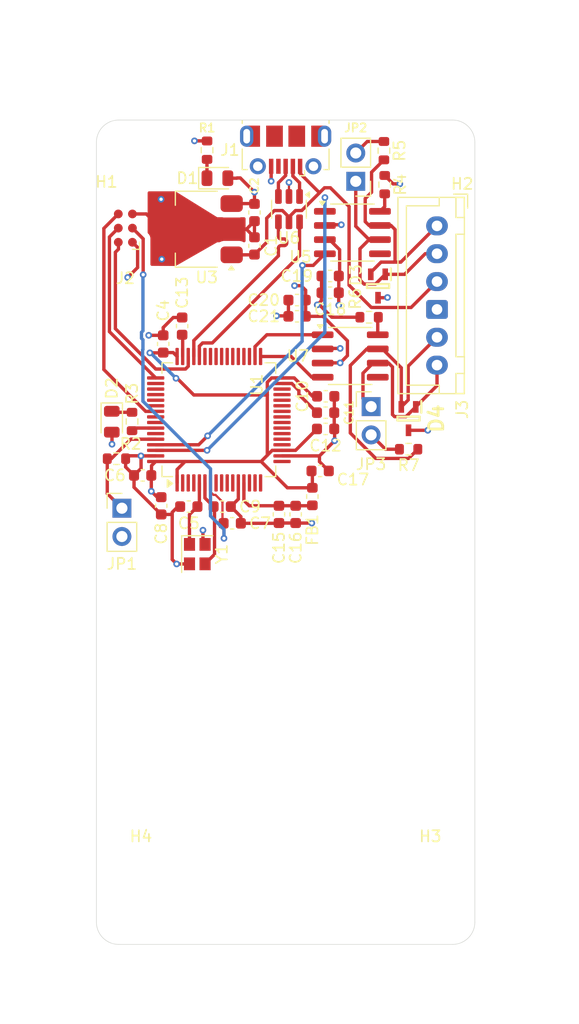
<source format=kicad_pcb>
(kicad_pcb (version 20241229) (generator "pcbnew") (generator_version "9.0")
  (layers (0 "F.Cu" signal) (4 "In1.Cu" signal) (6 "In2.Cu" signal) (2 "B.Cu" signal) (13 "F.Paste" user) (15 "B.Paste" user) (5 "F.SilkS" user "F.Silkscreen") (7 "B.SilkS" user "B.Silkscreen") (1 "F.Mask" user) (3 "B.Mask" user) (25 "Edge.Cuts" user))
  (net 0 "")
  (net 1 "GND")
  (net 2 "VCC")
  (net 3 "+3.3V")
  (net 4 "/HSE_IN")
  (net 5 "/HSE_OUT")
  (net 6 "/VCAP1")
  (net 7 "/VCAP2")
  (net 8 "+3.3VA")
  (net 9 "/SWCLK")
  (net 10 "/NRST")
  (net 11 "/SWO")
  (net 12 "/SWDIO")
  (net 13 "/USB_J_D+")
  (net 14 "/USB_J_D-")
  (net 15 "/BOOT0")
  (net 16 "Net-(JP3-B)")
  (net 17 "/PWR_LED")
  (net 18 "/USER_LED")
  (net 24 "/USB_D+")
  (net 25 "/ESC_CTX")
  (net 44 "/USB_D-")
  (net 50 "/CAR_CRX")
  (net 53 "/CAR_CTX")
  (net 61 "/ESC_CRX")
  (net 66 "Net-(D2-K)")
  (net 76 "Net-(JP2-B)")
  (net 77 "/CAR_CAN_Rs")
  (net 78 "/ESC_CAN_Rs")
  (net 79 "/CAR_CAN+")
  (net 80 "/CAR_CAN-")
  (net 81 "/ESC_CAN-")
  (net 82 "/ESC_CAN+")
  (footprint "Package_TO_SOT_SMD:SOT-223-3_TabPin2" (layer "F.Cu") (at 105 61.8 180)
    (property "Reference" "U3")
    (property "Value" "MIC37100-3.3WS")
  )
  (footprint "Capacitor_SMD:C_0603_1608Metric" (layer "F.Cu") (at 110.2 63.3 90)
    (property "Reference" "C1")
    (property "Value" "10uF")
  )
  (footprint "Package_TO_SOT_SMD:SOT-23-6" (layer "F.Cu") (at 113.3 60 -90)
    (property "Reference" "U6")
    (property "Value" "USBLC6-2SC6")
  )
  (footprint "Capacitor_SMD:C_0603_1608Metric" (layer "F.Cu") (at 116.59 78.27)
    (property "Reference" "C11")
    (property "Value" "2.2uF")
  )
  (footprint "Resistor_SMD:R_0603_1608Metric" (layer "F.Cu") (at 120.5 69.7 180)
    (property "Reference" "R6")
    (property "Value" "10k")
  )
  (footprint "Capacitor_SMD:C_0603_1608Metric" (layer "F.Cu") (at 102 72.1 90)
    (property "Reference" "C4")
    (property "Value" "100nF")
  )
  (footprint "Connector_PinHeader_2.54mm:PinHeader_1x02_P2.54mm_Vertical" (layer "F.Cu") (at 120.68 77.725)
    (property "Reference" "JP3")
    (property "Value" "Bus Termination")
  )
  (footprint "LED_SMD:LED_0805_2012Metric" (layer "F.Cu") (at 106.87 57.22)
    (property "Reference" "D1")
    (property "Value" "RED")
  )
  (footprint "Capacitor_SMD:C_0603_1608Metric" (layer "F.Cu") (at 117 67.5 180)
    (property "Reference" "C18")
    (property "Value" "100nF")
  )
  (footprint "Package_SO:SOIC-8_3.9x4.9mm_P1.27mm" (layer "F.Cu") (at 118.8 73.18)
    (property "Reference" "U7")
    (property "Value" "SN65HVD230")
  )
  (footprint "Resistor_SMD:R_0603_1608Metric" (layer "F.Cu") (at 97.8 82.4 180)
    (property "Reference" "R2")
    (property "Value" "10k")
  )
  (footprint "Capacitor_SMD:C_0603_1608Metric" (layer "F.Cu") (at 108.2 88.2)
    (property "Reference" "C7")
    (property "Value" "100nF")
  )
  (footprint "Connector_USB:USB_Micro-B_Molex-105017-0001" (layer "F.Cu") (at 113 54.6875 180)
    (property "Reference" "J1")
    (property "Value" "USB_B_Micro")
  )
  (footprint "Capacitor_SMD:C_0603_1608Metric" (layer "F.Cu") (at 104.3 86.7 180)
    (property "Reference" "C5")
    (property "Value" "10pF")
  )
  (footprint "Capacitor_SMD:C_0603_1608Metric" (layer "F.Cu") (at 107.3 86.7)
    (property "Reference" "C9")
    (property "Value" "10pF")
  )
  (footprint "Capacitor_SMD:C_0603_1608Metric" (layer "F.Cu") (at 116.6 76.8)
    (property "Reference" "C10")
    (property "Value" "100nF")
  )
  (footprint "Resistor_SMD:R_0603_1608Metric" (layer "F.Cu") (at 121.9 57.8 90)
    (property "Reference" "R4")
    (property "Value" "10k")
  )
  (footprint "Resistor_SMD:R_0603_1608Metric" (layer "F.Cu") (at 121.83 54.75 90)
    (property "Reference" "R5")
    (property "Value" "120")
  )
  (footprint "MountingHole:MountingHole_3.2mm_M3" (layer "F.Cu") (at 100 120.5)
    (property "Reference" "H4")
    (property "Value" "M3")
  )
  (footprint "Capacitor_SMD:C_0603_1608Metric" (layer "F.Cu") (at 113.9 87.4 -90)
    (property "Reference" "C16")
    (property "Value" "1uF")
  )
  (footprint "MountingHole:MountingHole_3.2mm_M3" (layer "F.Cu") (at 126 120.5)
    (property "Reference" "H3")
    (property "Value" "M3")
  )
  (footprint "Resistor_SMD:R_0603_1608Metric" (layer "F.Cu") (at 99.2 79.06 -90)
    (property "Reference" "R3")
    (property "Value" "220")
  )
  (footprint "Package_SO:SOIC-8_3.9x4.9mm_P1.27mm" (layer "F.Cu") (at 119 62.1)
    (property "Reference" "U5")
    (property "Value" "SN65HVD230")
  )
  (footprint "Capacitor_SMD:C_0603_1608Metric" (layer "F.Cu") (at 114.025 69.62 180)
    (property "Reference" "C21")
    (property "Value" "100nF")
  )
  (footprint "LED_SMD:LED_0805_2012Metric" (layer "F.Cu") (at 97.38 79.08 -90)
    (property "Reference" "D2")
    (property "Value" "GREEN")
  )
  (footprint "MountingHole:MountingHole_3.2mm_M3" (layer "F.Cu") (at 100 54.5)
    (property "Reference" "H1")
    (property "Value" "M3")
  )
  (footprint "Capacitor_SMD:C_0603_1608Metric" (layer "F.Cu") (at 101.82 86.63 -90)
    (property "Reference" "C8")
    (property "Value" "100nF")
  )
  (footprint "Package_QFP:LQFP-64_10x10mm_P0.5mm" (layer "F.Cu") (at 107 78.9 90)
    (property "Reference" "U1")
    (property "Value" "STM32F405RGT6")
  )
  (footprint "Capacitor_SMD:C_0603_1608Metric" (layer "F.Cu") (at 117 66 180)
    (property "Reference" "C19")
    (property "Value" "100nF")
  )
  (footprint "MountingHole:MountingHole_3.2mm_M3" (layer "F.Cu") (at 126 54.5)
    (property "Reference" "H2")
    (property "Value" "M3")
  )
  (footprint "Resistor_SMD:R_0603_1608Metric" (layer "F.Cu") (at 105.94 54.705 90)
    (property "Reference" "R1")
    (property "Value" "220")
  )
  (footprint "Connector_PinHeader_2.54mm:PinHeader_1x02_P2.54mm_Vertical" (layer "F.Cu") (at 98.29 86.845)
    (property "Reference" "JP1")
    (property "Value" "BOOT")
  )
  (footprint "Capacitor_SMD:C_0603_1608Metric" (layer "F.Cu") (at 100.155 83.9 180)
    (property "Reference" "C6")
    (property "Value" "100nF")
  )
  (footprint "Capacitor_SMD:C_0603_1608Metric" (layer "F.Cu") (at 116.1 83.5)
    (property "Reference" "C17")
    (property "Value" "1uF")
  )
  (footprint "Diodes:SOT65P210X110-3N" (layer "F.Cu") (at 124.04 78.8 -90)
    (property "Reference" "D4")
    (property "Value" "ESDCAN03-2BWY" (hide yes))
  )
  (footprint "Capacitor_SMD:C_0603_1608Metric" (layer "F.Cu") (at 103.7 70.5 90)
    (property "Reference" "C13")
    (property "Value" "2.2uF")
  )
  (footprint "Capacitor_SMD:C_0603_1608Metric" (layer "F.Cu") (at 114.025 68.16 180)
    (property "Reference" "C20")
    (property "Value" "100nF")
  )
  (footprint "Capacitor_SMD:C_0603_1608Metric" (layer "F.Cu") (at 110.2 60.3 -90)
    (property "Reference" "C2")
    (property "Value" "10uF")
  )
  (footprint "Inductor_SMD:L_0603_1608Metric" (layer "F.Cu") (at 115.4 85.8 90)
    (property "Reference" "FB1")
    (property "Value" "120R")
  )
  (footprint "Connector_PinHeader_2.54mm:PinHeader_1x02_P2.54mm_Vertical" (layer "F.Cu") (at 119.3 57.5 180)
    (property "Reference" "JP2")
    (property "Value" "Bus Termination")
  )
  (footprint "Connector_JST:JST_XH_B6B-XH-A_1x06_P2.50mm_Vertical" (layer "F.Cu") (at 126.6 61.5 -90)
    (property "Reference" "J3")
    (property "Value" "JST-XH")
  )
  (footprint "Crystal:Crystal_SMD_2520-4Pin_2.5x2.0mm" (layer "F.Cu") (at 105.06 90.965 -90)
    (property "Reference" "Y1")
    (property "Value" "12MHz")
  )
  (footprint "Resistor_SMD:R_0603_1608Metric" (layer "F.Cu") (at 124.05 81.55 180)
    (property "Reference" "R7")
    (property "Value" "120")
  )
  (footprint "Capacitor_SMD:C_0603_1608Metric" (layer "F.Cu") (at 112.4 87.4 -90)
    (property "Reference" "C15")
    (property "Value" "100nF")
  )
  (footprint "Capacitor_SMD:C_0603_1608Metric" (layer "F.Cu") (at 116.59 79.73)
    (property "Reference" "C12")
    (property "Value" "100nF")
  )
  (footprint "Diodes:SOT65P210X110-3N" (layer "F.Cu") (at 121.3 66.9 -90)
    (property "Reference" "D3")
    (property "Value" "ESDCAN03-2BWY" (hide yes))
  )
  (footprint "Connector:Tag-Connect_TC2030-IDC-NL_2x03_P1.27mm_Vertical" (layer "F.Cu") (at 98.6 61.7 90)
    (property "Reference" "J2")
    (property "Value" "Conn_ARM_SWD_TagConnect_TC2030")
  )
  (gr_line (start 96 124) (end 96 54) (stroke (width 0.05)) (layer "Edge.Cuts"))
  (gr_arc (start 128 52) (mid 129.414214 52.585786) (end 130 54) (stroke (width 0.05)) (layer "Edge.Cuts"))
  (gr_arc (start 130 124) (mid 129.414214 125.414214) (end 128 126) (stroke (width 0.05)) (layer "Edge.Cuts"))
  (gr_arc (start 96 54) (mid 96.585786 52.585786) (end 98 52) (stroke (width 0.05)) (layer "Edge.Cuts"))
  (gr_arc (start 98 126) (mid 96.585786 125.414214) (end 96 124) (stroke (width 0.05)) (layer "Edge.Cuts"))
  (gr_line (start 98 52) (end 128 52) (stroke (width 0.05)) (layer "Edge.Cuts"))
  (gr_line (start 128 126) (end 98 126) (stroke (width 0.05)) (layer "Edge.Cuts"))
  (gr_line (start 130 54) (end 130 124) (stroke (width 0.05)) (layer "Edge.Cuts"))
  (segment (start 100 82.15) (end 101.325 82.15) (width 0.3) (layer "F.Cu") (net 1))
  (segment (start 102.81 87.21) (end 102.81 87.44) (width 0.3) (layer "F.Cu") (net 1))
  (segment (start 116.036198 68.59) (end 117.146198 69.7) (width 0.3) (layer "F.Cu") (net 1))
  (segment (start 102 71.325) (end 102 70.63) (width 0.3) (layer "F.Cu") (net 1))
  (segment (start 109.475 61.8) (end 110.2 62.525) (width 0.3) (layer "F.Cu") (net 1))
  (segment (start 108.75 84.575) (end 108.75 86.025) (width 0.3) (layer "F.Cu") (net 1))
  (segment (start 116.225 67.5) (end 116.225 66) (width 0.3) (layer "F.Cu") (net 1))
  (segment (start 115.35 88.18) (end 113.905 88.18) (width 0.3) (layer "F.Cu") (net 1))
  (segment (start 110.2 61.075) (end 109.475 61.8) (width 0.3) (layer "F.Cu") (net 1))
  (segment (start 118 61.4) (end 116.59 61.4) (width 0.3) (layer "F.Cu") (net 1))
  (segment (start 117.375 76.8) (end 117.375 78.26) (width 0.3) (layer "F.Cu") (net 1))
  (segment (start 100.01 82.16) (end 100 82.15) (width 0.3) (layer "F.Cu") (net 1))
  (segment (start 103.35 86.875) (end 103.525 86.7) (width 0.3) (layer "F.Cu") (net 1))
  (segment (start 108.975 88.2) (end 112.375 88.2) (width 0.3) (layer "F.Cu") (net 1))
  (segment (start 125.77 79.85) (end 124.04 79.85) (width 0.3) (layer "F.Cu") (net 1))
  (segment (start 105.57 88.82) (end 105.57 89.9) (width 0.3) (layer "F.Cu") (net 1))
  (segment (start 99.38 83.9) (end 99.38 84.965) (width 0.3) (layer "F.Cu") (net 1))
  (segment (start 111.7 57.49) (end 111.7 56.15) (width 0.3) (layer "F.Cu") (net 1))
  (segment (start 102.775 87.405) (end 102.81 87.44) (width 0.3) (layer "F.Cu") (net 1))
  (segment (start 116.21 68.22) (end 116.21 67.515) (width 0.3) (layer "F.Cu") (net 1))
  (segment (start 100.48 60.43) (end 99.235 60.43) (width 0.3) (layer "F.Cu") (net 1))
  (segment (start 105.57 89.9) (end 105.76 90.09) (width 0.3) (layer "F.Cu") (net 1))
  (segment (start 98.625 82.4) (end 98.885 82.14) (width 0.3) (layer "F.Cu") (net 1))
  (segment (start 117.9 72.5) (end 116.37 72.5) (width 0.3) (layer "F.Cu") (net 1))
  (segment (start 99.38 84.965) (end 101.82 87.405) (width 0.3) (layer "F.Cu") (net 1))
  (segment (start 112.18 69.58) (end 113.21 69.58) (width 0.3) (layer "F.Cu") (net 1))
  (segment (start 98.625 83.145) (end 99.38 83.9) (width 0.3) (layer "F.Cu") (net 1))
  (segment (start 115.84 68.59) (end 116.036198 68.59) (width 0.3) (layer "F.Cu") (net 1))
  (segment (start 104.81 53.87) (end 105.93 53.87) (width 0.3) (layer "F.Cu") (net 1))
  (segment (start 109.475 61.8) (end 108.15 61.8) (width 0.3) (layer "F.Cu") (net 1))
  (segment (start 99.99 82.14) (end 100 82.15) (width 0.3) (layer "F.Cu") (net 1))
  (segment (start 102 70.63) (end 102.905 69.725) (width 0.3) (layer "F.Cu") (net 1))
  (segment (start 116.37 72.5) (end 116.325 72.545) (width 0.3) (layer "F.Cu") (net 1))
  (segment (start 102.81 87.44) (end 102.81 91.45) (width 0.3) (layer "F.Cu") (net 1))
  (segment (start 117.146198 69.7) (end 119.675 69.7) (width 0.3) (layer "F.Cu") (net 1))
  (segment (start 113.3 58.8625) (end 113.3 57.6) (width 0.2) (layer "F.Cu") (net 1))
  (segment (start 105.93 53.87) (end 105.94 53.88) (width 0.3) (layer "F.Cu") (net 1))
  (segment (start 99.98 82.15) (end 99.97 82.16) (width 0.3) (layer "F.Cu") (net 1))
  (segment (start 101.82 87.405) (end 102.775 87.405) (width 0.3) (layer "F.Cu") (net 1))
  (segment (start 113.905 88.18) (end 113.9 88.175) (width 0.3) (layer "F.Cu") (net 1))
  (segment (start 108.975 88.2) (end 108.975 87.6) (width 0.3) (layer "F.Cu") (net 1))
  (segment (start 101.85 61.8) (end 100.48 60.43) (width 0.3) (layer "F.Cu") (net 1))
  (segment (start 102.81 91.45) (end 103.21 91.85) (width 0.3) (layer "F.Cu") (net 1))
  (segment (start 117.365 79.73) (end 117.365 78.27) (width 0.3) (layer "F.Cu") (net 1))
  (segment (start 113.25 68.16) (end 113.25 69.62) (width 0.3) (layer "F.Cu") (net 1))
  (segment (start 123.26 57.73) (end 122.655 57.73) (width 0.3) (layer "F.Cu") (net 1))
  (segment (start 99.38 83.9) (end 100.01 83.27) (width 0.3) (layer "F.Cu") (net 1))
  (segment (start 100.7 71.325) (end 102 71.325) (width 0.3) (layer "F.Cu") (net 1))
  (segment (start 102.81 87.21) (end 103.32 86.7) (width 0.3) (layer "F.Cu") (net 1))
  (segment (start 116.04 82.15) (end 116.04 82.665) (width 0.3) (layer "F.Cu") (net 1))
  (segment (start 103.21 91.85) (end 104.35 91.85) (width 0.3) (layer "F.Cu") (net 1))
  (segment (start 117.375 78.26) (end 117.365 78.27) (width 0.3) (layer "F.Cu") (net 1))
  (segment (start 116.04 82.15) (end 117.4 80.79) (width 0.3) (layer "F.Cu") (net 1))
  (segment (start 115.84 68.59) (end 116.21 68.22) (width 0.3) (layer "F.Cu") (net 1))
  (segment (start 116.875 83.5) (end 116.04 82.665) (width 0.3) (layer "F.Cu") (net 1))
  (segment (start 103.32 86.7) (end 103.525 86.7) (width 0.3) (layer "F.Cu") (net 1))
  (segment (start 110.2 62.525) (end 110.2 61.075) (width 0.3) (layer "F.Cu") (net 1))
  (segment (start 117.4 79.765) (end 117.365 79.73) (width 0.3) (layer "F.Cu") (net 1))
  (segment (start 113.21 69.58) (end 113.25 69.62) (width 0.3) (layer "F.Cu") (net 1))
  (segment (start 122.655 57.73) (end 121.9 56.975) (width 0.3) (layer "F.Cu") (net 1))
  (segment (start 104.35 91.85) (end 104.36 91.84) (width 0.3) (layer "F.Cu") (net 1))
  (segment (start 98.885 82.14) (end 99.99 82.14) (width 0.3) (layer "F.Cu") (net 1))
  (segment (start 102.905 69.725) (end 103.7 69.725) (width 0.3) (layer "F.Cu") (net 1))
  (segment (start 117.4 80.79) (end 117.4 79.765) (width 0.3) (layer "F.Cu") (net 1))
  (segment (start 108.975 87.6) (end 108.075 86.7) (width 0.3) (layer "F.Cu") (net 1))
  (segment (start 100.01 83.27) (end 100.01 82.16) (width 0.3) (layer "F.Cu") (net 1))
  (segment (start 116.21 67.515) (end 116.225 67.5) (width 0.3) (layer "F.Cu") (net 1))
  (segment (start 121.3 67.95) (end 122.13 67.95) (width 0.3) (layer "F.Cu") (net 1))
  (segment (start 98.625 82.4) (end 98.625 83.145) (width 0.3) (layer "F.Cu") (net 1))
  (segment (start 112.4 88.175) (end 113.9 88.175) (width 0.3) (layer "F.Cu") (net 1))
  (segment (start 112.375 88.2) (end 112.4 88.175) (width 0.3) (layer "F.Cu") (net 1))
  (segment (start 112.675 82.15) (end 116.04 82.15) (width 0.3) (layer "F.Cu") (net 1))
  (segment (start 122.13 67.95) (end 122.15 67.93) (width 0.3) (layer "F.Cu") (net 1))
  (segment (start 108.75 86.025) (end 108.075 86.7) (width 0.3) (layer "F.Cu") (net 1))
  (via (at 115.35 88.18) (size 0.6) (drill 0.3) (layers "F.Cu" "B.Cu") (net 1))
  (via (at 100 82.15) (size 0.6) (drill 0.3) (layers "F.Cu" "B.Cu") (net 1))
  (via (at 100.7 71.325) (size 0.6) (drill 0.3) (layers "F.Cu" "B.Cu") (net 1))
  (via (at 117.9 72.5) (size 0.6) (drill 0.3) (layers "F.Cu" "B.Cu") (net 1))
  (via (at 122.15 67.93) (size 0.6) (drill 0.3) (layers "F.Cu" "B.Cu") (net 1))
  (via (at 104.81 53.87) (size 0.6) (drill 0.3) (layers "F.Cu" "B.Cu") (net 1))
  (via (at 101.81 59.11) (size 0.6) (drill 0.3) (layers "F.Cu" "B.Cu") (net 1))
  (via (at 103.21 91.85) (size 0.6) (drill 0.3) (layers "F.Cu" "B.Cu") (net 1))
  (via (at 112.18 69.58) (size 0.6) (drill 0.3) (layers "F.Cu" "B.Cu") (net 1))
  (via (at 123.26 57.73) (size 0.6) (drill 0.3) (layers "F.Cu" "B.Cu") (net 1))
  (via (at 115.84 68.59) (size 0.6) (drill 0.3) (layers "F.Cu" "B.Cu") (net 1))
  (via (at 105.57 88.82) (size 0.6) (drill 0.3) (layers "F.Cu" "B.Cu") (net 1))
  (via (at 117.4 80.79) (size 0.6) (drill 0.3) (layers "F.Cu" "B.Cu") (net 1))
  (via (at 118 61.4) (size 0.6) (drill 0.3) (layers "F.Cu" "B.Cu") (net 1))
  (via (at 101.87 64.49) (size 0.6) (drill 0.3) (layers "F.Cu" "B.Cu") (net 1))
  (via (at 125.77 79.85) (size 0.6) (drill 0.3) (layers "F.Cu" "B.Cu") (net 1))
  (via (at 111.7 57.49) (size 0.6) (drill 0.3) (layers "F.Cu" "B.Cu") (net 1))
  (via (at 113.3 57.6) (size 0.6) (drill 0.3) (layers "F.Cu" "B.Cu") (net 1))
  (segment (start 113.886 60.124) (end 113.3 60.71) (width 0.3) (layer "F.Cu") (net 2))
  (segment (start 116.489346 58.08) (end 116.039673 58.529673) (width 0.3) (layer "F.Cu") (net 2))
  (segment (start 112.711678 60.124) (end 111.988322 60.124) (width 0.3) (layer "F.Cu") (net 2))
  (segment (start 118.7 66.827) (end 118.7 59.76) (width 0.3) (layer "F.Cu") (net 2))
  (segment (start 108.15 64.1) (end 110.175 64.1) (width 0.3) (layer "F.Cu") (net 2))
  (segment (start 114.3 56.79) (end 114.3 56.15) (width 0.3) (layer "F.Cu") (net 2))
  (segment (start 111.988322 60.124) (end 111.3 60.812322) (width 0.3) (layer "F.Cu") (net 2))
  (segment (start 111.3 62.975) (end 110.2 64.075) (width 0.3) (layer "F.Cu") (net 2))
  (segment (start 117.02 58.08) (end 116.489346 58.08) (width 0.3) (layer "F.Cu") (net 2))
  (segment (start 124.274 68.826) (end 120.699 68.826) (width 0.3) (layer "F.Cu") (net 2))
  (segment (start 118.7 59.76) (end 117.02 58.08) (width 0.3) (layer "F.Cu") (net 2))
  (segment (start 120.699 68.826) (end 118.7 66.827) (width 0.3) (layer "F.Cu") (net 2))
  (segment (start 113.3 60.71) (end 113.3 61.1375) (width 0.3) (layer "F.Cu") (net 2))
  (segment (start 126.6 66.5) (end 124.274 68.826) (width 0.3) (layer "F.Cu") (net 2))
  (segment (start 114.445346 60.124) (end 113.886 60.124) (width 0.3) (layer "F.Cu") (net 2))
  (segment (start 110.175 64.1) (end 110.2 64.075) (width 0.3) (layer "F.Cu") (net 2))
  (segment (start 111.3 60.812322) (end 111.3 62.975) (width 0.3) (layer "F.Cu") (net 2))
  (segment (start 113.3 60.712322) (end 112.711678 60.124) (width 0.3) (layer "F.Cu") (net 2))
  (segment (start 113.3 61.1375) (end 113.3 60.712322) (width 0.3) (layer "F.Cu") (net 2))
  (segment (start 116.039673 58.529673) (end 114.445346 60.124) (width 0.3) (layer "F.Cu") (net 2))
  (segment (start 116.039673 58.529673) (end 114.3 56.79) (width 0.3) (layer "F.Cu") (net 2))
  (segment (start 111.795466 81.65) (end 112.675 81.65) (width 0.3) (layer "F.Cu") (net 3))
  (segment (start 111.352733 82.092733) (end 111.795466 81.65) (width 0.3) (layer "F.Cu") (net 3))
  (segment (start 103.245 73.23) (end 103.25 73.225) (width 0.3) (layer "F.Cu") (net 3))
  (segment (start 115.4 83.625) (end 115.425 83.6) (width 0.3) (layer "F.Cu") (net 3))
  (segment (start 118.551 71.813322) (end 118.551 73.149) (width 0.3) (layer "F.Cu") (net 3))
  (segment (start 112.675 81.65) (end 113.895 81.65) (width 0.3) (layer "F.Cu") (net 3))
  (segment (start 100.95 83.025) (end 100.95 83.88) (width 0.3) (layer "F.Cu") (net 3))
  (segment (start 117.851 65.924) (end 117.775 66) (width 0.3) (layer "F.Cu") (net 3))
  (segment (start 104.75 76.68) (end 103.24 75.17) (width 0.3) (layer "F.Cu") (net 3))
  (segment (start 108.15 59.5) (end 110.175 59.5) (width 0.3) (layer "F.Cu") (net 3))
  (segment (start 107.8075 57.22) (end 108.6175 57.22) (width 0.3) (layer "F.Cu") (net 3))
  (segment (start 101.46 85.855) (end 100.93 85.325) (width 0.3) (layer "F.Cu") (net 3))
  (segment (start 97.1 80.0375) (end 97.08 80.0175) (width 0.3) (layer "F.Cu") (net 3))
  (segment (start 111.352733 76.68) (end 111.352733 75.537267) (width 0.3) (layer "F.Cu") (net 3))
  (segment (start 110.175 59.5) (end 110.2 59.525) (width 0.3) (layer "F.Cu") (net 3))
  (segment (start 108.925 57.2) (end 110.2 58.475) (width 0.3) (layer "F.Cu") (net 3))
  (segment (start 110.795466 82.65) (end 111.352733 82.092733) (width 0.3) (layer "F.Cu") (net 3))
  (segment (start 116.942678 62.735) (end 117.851 63.643322) (width 0.3) (layer "F.Cu") (net 3))
  (segment (start 114.39 66.87) (end 114.8 67.28) (width 0.3) (layer "F.Cu") (net 3))
  (segment (start 108.6175 57.22) (end 108.6375 57.2) (width 0.3) (layer "F.Cu") (net 3))
  (segment (start 103.25 73.225) (end 102.9 72.875) (width 0.3) (layer "F.Cu") (net 3))
  (segment (start 112.675 75.15) (end 113.77 75.15) (width 0.3) (layer "F.Cu") (net 3))
  (segment (start 98.81 66.13) (end 99.7 65.24) (width 0.3) (layer "F.Cu") (net 3))
  (segment (start 114.8 68.16) (end 114.8 69.62) (width 0.3) (layer "F.Cu") (net 3))
  (segment (start 108.6375 57.2) (end 108.925 57.2) (width 0.3) (layer "F.Cu") (net 3))
  (segment (start 118.551 73.149) (end 117.9 73.8) (width 0.3) (layer "F.Cu") (net 3))
  (segment (start 100.95 83.88) (end 100.93 83.9) (width 0.3) (layer "F.Cu") (net 3))
  (segment (start 115.4 85.0125) (end 115.4 83.575) (width 0.3) (layer "F.Cu") (net 3))
  (segment (start 111.352733 82.092733) (end 111.352733 76.68) (width 0.3) (layer "F.Cu") (net 3))
  (segment (start 99.7 63.435) (end 99.235 62.97) (width 0.3) (layer "F.Cu") (net 3))
  (segment (start 102 72.875) (end 102.9 72.875) (width 0.3) (layer "F.Cu") (net 3))
  (segment (start 117.77 67.505) (end 117.775 67.5) (width 0.3) (layer "F.Cu") (net 3))
  (segment (start 111.741 75.149) (end 112.675 75.149) (width 0.3) (layer "F.Cu") (net 3))
  (segment (start 110.2 59.525) (end 110.2 58.475) (width 0.3) (layer "F.Cu") (net 3))
  (segment (start 111.352733 75.537267) (end 111.741 75.149) (width 0.3) (layer "F.Cu") (net 3))
  (segment (start 103.97 82.65) (end 110.795466 82.65) (width 0.3) (layer "F.Cu") (net 3))
  (segment (start 115.42 76.8) (end 115.825 76.8) (width 0.3) (layer "F.Cu") (net 3))
  (segment (start 114.8 69.62) (end 116.357678 69.62) (width 0.3) (layer "F.Cu") (net 3))
  (segment (start 116.357678 69.62) (end 118.551 71.813322) (width 0.3) (layer "F.Cu") (net 3))
  (segment (start 100.93 85.325) (end 100.93 83.9) (width 0.3) (layer "F.Cu") (net 3))
  (segment (start 99.7 65.24) (end 99.7 63.435) (width 0.3) (layer "F.Cu") (net 3))
  (segment (start 101.325 82.65) (end 100.95 83.025) (width 0.3) (layer "F.Cu") (net 3))
  (segment (start 100.825 72.875) (end 100.8 72.9) (width 0.3) (layer "F.Cu") (net 3))
  (segment (start 117.9 73.8) (end 116.34 73.8) (width 0.3) (layer "F.Cu") (net 3))
  (segment (start 113.895 81.65) (end 115.815 79.73) (width 0.3) (layer "F.Cu") (net 3))
  (segment (start 113.8 66.87) (end 114.39 66.87) (width 0.3) (layer "F.Cu") (net 3))
  (segment (start 103.25 84.575) (end 103.25 83.37) (width 0.3) (layer "F.Cu") (net 3))
  (segment (start 97.06 80.0375) (end 97.08 80.0175) (width 0.3) (layer "F.Cu") (net 3))
  (segment (start 117.77 68.62) (end 117.77 67.505) (width 0.3) (layer "F.Cu") (net 3))
  (segment (start 114.8 67.28) (end 114.8 68.16) (width 0.3) (layer "F.Cu") (net 3))
  (segment (start 117.851 63.643322) (end 117.851 65.924) (width 0.3) (layer "F.Cu") (net 3))
  (segment (start 101.975 72.9) (end 102 72.875) (width 0.3) (layer "F.Cu") (net 3))
  (segment (start 103.25 83.37) (end 103.97 82.65) (width 0.3) (layer "F.Cu") (net 3))
  (segment (start 111.352733 76.68) (end 104.75 76.68) (width 0.3) (layer "F.Cu") (net 3))
  (segment (start 110.795466 82.65) (end 113.157966 85.0125) (width 0.3) (layer "F.Cu") (net 3))
  (segment (start 117.851 66.034) (end 117.815 66.07) (width 0.3) (layer "F.Cu") (net 3))
  (segment (start 113.157966 85.0125) (end 115.4 85.0125) (width 0.3) (layer "F.Cu") (net 3))
  (segment (start 117.775 66) (end 117.775 67.5) (width 0.3) (layer "F.Cu") (net 3))
  (segment (start 101.82 85.855) (end 101.46 85.855) (width 0.3) (layer "F.Cu") (net 3))
  (segment (start 117.815 66.07) (end 118 65.885) (width 0.3) (layer "F.Cu") (net 3))
  (segment (start 115.4 83.575) (end 115.325 83.5) (width 0.3) (layer "F.Cu") (net 3))
  (segment (start 116.525 62.735) (end 116.942678 62.735) (width 0.3) (layer "F.Cu") (net 3))
  (segment (start 100.8 72.9) (end 101.975 72.9) (width 0.3) (layer "F.Cu") (net 3))
  (segment (start 101.325 82.65) (end 103.97 82.65) (width 0.3) (layer "F.Cu") (net 3))
  (segment (start 108.155 59.495) (end 108.15 59.5) (width 0.3) (layer "F.Cu") (net 3))
  (segment (start 97.4 81.1) (end 97.4 80.0375) (width 0.3) (layer "F.Cu") (net 3))
  (segment (start 116.34 73.8) (end 116.325 73.815) (width 0.3) (layer "F.Cu") (net 3))
  (segment (start 113.77 75.15) (end 115.42 76.8) (width 0.3) (layer "F.Cu") (net 3))
  (via (at 103.15 75.18) (size 0.6) (drill 0.3) (layers "F.Cu" "B.Cu") (net 3))
  (via (at 113.8 66.87) (size 0.6) (drill 0.3) (layers "F.Cu" "B.Cu") (net 3))
  (via (at 117.9 73.8) (size 0.6) (drill 0.3) (layers "F.Cu" "B.Cu") (net 3))
  (via (at 98.81 66.13) (size 0.6) (drill 0.3) (layers "F.Cu" "B.Cu") (net 3))
  (via (at 110.2 58.475) (size 0.6) (drill 0.3) (layers "F.Cu" "B.Cu") (net 3))
  (via (at 100.8 72.9) (size 0.6) (drill 0.3) (layers "F.Cu" "B.Cu") (net 3))
  (via (at 117.77 68.62) (size 0.6) (drill 0.3) (layers "F.Cu" "B.Cu") (net 3))
  (via (at 100.93 85.325) (size 0.6) (drill 0.3) (layers "F.Cu" "B.Cu") (net 3))
  (via (at 97.4 81.1) (size 0.6) (drill 0.3) (layers "F.Cu" "B.Cu") (net 3))
  (segment (start 100.87 72.9) (end 103.15 75.18) (width 0.3) (layer "B.Cu") (net 3))
  (segment (start 100.8 72.9) (end 100.87 72.9) (width 0.3) (layer "B.Cu") (net 3))
  (segment (start 105.25 86.525) (end 105.075 86.7) (width 0.3) (layer "F.Cu") (net 4))
  (segment (start 105.075 86.7) (end 104.36 87.415) (width 0.3) (layer "F.Cu") (net 4))
  (segment (start 104.36 87.415) (end 104.36 90.09) (width 0.3) (layer "F.Cu") (net 4))
  (segment (start 105.25 84.575) (end 105.25 86.525) (width 0.3) (layer "F.Cu") (net 4))
  (segment (start 105.75 84.575) (end 105.75 85.925) (width 0.3) (layer "F.Cu") (net 5))
  (segment (start 105.76 91.84) (end 106.611 90.989) (width 0.3) (layer "F.Cu") (net 5))
  (segment (start 105.75 85.925) (end 106.525 86.7) (width 0.3) (layer "F.Cu") (net 5))
  (segment (start 106.611 90.989) (end 106.611 86.786) (width 0.3) (layer "F.Cu") (net 5))
  (segment (start 106.611 86.786) (end 106.525 86.7) (width 0.3) (layer "F.Cu") (net 5))
  (segment (start 113.554534 75.65) (end 112.675 75.65) (width 0.3) (layer "F.Cu") (net 6))
  (segment (start 115.815 78.27) (end 115.815 78.265) (width 0.3) (layer "F.Cu") (net 6))
  (segment (start 114.19 76.285466) (end 113.554534 75.65) (width 0.3) (layer "F.Cu") (net 6))
  (segment (start 115.815 78.265) (end 114.19 76.64) (width 0.3) (layer "F.Cu") (net 6))
  (segment (start 114.19 76.64) (end 114.19 76.285466) (width 0.3) (layer "F.Cu") (net 6))
  (segment (start 103.75 71.325) (end 103.7 71.275) (width 0.3) (layer "F.Cu") (net 7))
  (segment (start 103.75 73.225) (end 103.75 71.325) (width 0.3) (layer "F.Cu") (net 7))
  (segment (start 113.9 86.625) (end 115.3625 86.625) (width 0.3) (layer "F.Cu") (net 8))
  (segment (start 109.735 86.625) (end 112.4 86.625) (width 0.3) (layer "F.Cu") (net 8))
  (segment (start 109.25 86.14) (end 109.25 84.575) (width 0.3) (layer "F.Cu") (net 8))
  (segment (start 115.3625 86.625) (end 115.4 86.5875) (width 0.3) (layer "F.Cu") (net 8))
  (segment (start 109.735 86.625) (end 109.25 86.14) (width 0.3) (layer "F.Cu") (net 8))
  (segment (start 112.4 86.625) (end 113.9 86.625) (width 0.3) (layer "F.Cu") (net 8))
  (segment (start 97.17 62.495) (end 97.965 61.7) (width 0.3) (layer "F.Cu") (net 9))
  (segment (start 97.17 70.995) (end 97.17 62.495) (width 0.3) (layer "F.Cu") (net 9))
  (segment (start 101.325 75.15) (end 97.17 70.995) (width 0.3) (layer "F.Cu") (net 9))
  (segment (start 107.324 88.099) (end 107.324 86.27389) (width 0.2) (layer "F.Cu") (net 10))
  (segment (start 106.25 85.383824) (end 106.25 84.575) (width 0.2) (layer "F.Cu") (net 10))
  (segment (start 107.46 89.55) (end 107.46 88.235) (width 0.3) (layer "F.Cu") (net 10))
  (segment (start 107.425 88.2) (end 107.324 88.099) (width 0.2) (layer "F.Cu") (net 10))
  (segment (start 100.201 62.666) (end 99.235 61.7) (width 0.3) (layer "F.Cu") (net 10))
  (segment (start 106.70111 85.651) (end 106.517176 85.651) (width 0.2) (layer "F.Cu") (net 10))
  (segment (start 100.201 65.88) (end 100.201 62.666) (width 0.3) (layer "F.Cu") (net 10))
  (segment (start 107.46 88.235) (end 107.425 88.2) (width 0.3) (layer "F.Cu") (net 10))
  (segment (start 106.517176 85.651) (end 106.25 85.383824) (width 0.2) (layer "F.Cu") (net 10))
  (segment (start 107.324 86.27389) (end 106.70111 85.651) (width 0.2) (layer "F.Cu") (net 10))
  (via (at 107.46 89.55) (size 0.6) (drill 0.3) (layers "F.Cu" "B.Cu") (net 10))
  (via (at 100.201 65.88) (size 0.6) (drill 0.3) (layers "F.Cu" "B.Cu") (net 10))
  (segment (start 100.18 70.924346) (end 100.049 71.055346) (width 0.3) (layer "B.Cu") (net 10))
  (segment (start 100.18 72.599346) (end 100.149 72.630346) (width 0.3) (layer "B.Cu") (net 10))
  (segment (start 106.25 83.31) (end 106.25 87.54) (width 0.3) (layer "B.Cu") (net 10))
  (segment (start 106.25 87.54) (end 107.46 88.75) (width 0.3) (layer "B.Cu") (net 10))
  (segment (start 100.18 73.200654) (end 100.18 77.24) (width 0.3) (layer "B.Cu") (net 10))
  (segment (start 100.201 65.88) (end 100.18 65.901) (width 0.3) (layer "B.Cu") (net 10))
  (segment (start 100.18 71.725654) (end 100.18 72.599346) (width 0.3) (layer "B.Cu") (net 10))
  (segment (start 107.46 88.75) (end 107.46 89.55) (width 0.3) (layer "B.Cu") (net 10))
  (segment (start 100.149 73.169654) (end 100.18 73.200654) (width 0.3) (layer "B.Cu") (net 10))
  (segment (start 100.18 65.901) (end 100.18 70.924346) (width 0.3) (layer "B.Cu") (net 10))
  (segment (start 100.149 72.630346) (end 100.149 73.169654) (width 0.3) (layer "B.Cu") (net 10))
  (segment (start 100.049 71.594654) (end 100.18 71.725654) (width 0.3) (layer "B.Cu") (net 10))
  (segment (start 100.049 71.055346) (end 100.049 71.594654) (width 0.3) (layer "B.Cu") (net 10))
  (segment (start 100.18 77.24) (end 106.25 83.31) (width 0.3) (layer "B.Cu") (net 10))
  (segment (start 97.965 60.43) (end 96.669 61.726) (width 0.3) (layer "F.Cu") (net 11))
  (segment (start 100.42 78.15) (end 101.325 78.15) (width 0.3) (layer "F.Cu") (net 11))
  (segment (start 96.669 74.399) (end 100.42 78.15) (width 0.3) (layer "F.Cu") (net 11))
  (segment (start 96.669 61.726) (end 96.669 74.399) (width 0.3) (layer "F.Cu") (net 11))
  (segment (start 97.965 62.97) (end 97.98 62.985) (width 0.3) (layer "F.Cu") (net 12))
  (segment (start 104.25 74.104534) (end 104.25 73.225) (width 0.3) (layer "F.Cu") (net 12))
  (segment (start 97.7037 63.86874) (end 97.7037 70.724354) (width 0.3) (layer "F.Cu") (net 12))
  (segment (start 104.003534 74.351) (end 104.25 74.104534) (width 0.3) (layer "F.Cu") (net 12))
  (segment (start 97.98 63.59244) (end 97.7037 63.86874) (width 0.3) (layer "F.Cu") (net 12))
  (segment (start 97.7037 70.724354) (end 101.330346 74.351) (width 0.3) (layer "F.Cu") (net 12))
  (segment (start 101.330346 74.351) (end 104.003534 74.351) (width 0.3) (layer "F.Cu") (net 12))
  (segment (start 97.98 62.985) (end 97.98 63.59244) (width 0.3) (layer "F.Cu") (net 12))
  (segment (start 113 56.979346) (end 112.35 57.629346) (width 0.3) (layer "F.Cu") (net 13))
  (segment (start 113 56.15) (end 113 56.979346) (width 0.3) (layer "F.Cu") (net 13))
  (segment (start 112.35 57.629346) (end 112.35 58.8625) (width 0.3) (layer "F.Cu") (net 13))
  (segment (start 113.65 56.15) (end 113.65 57.029346) (width 0.3) (layer "F.Cu") (net 14))
  (segment (start 113.65 57.029346) (end 114.25 57.629346) (width 0.3) (layer "F.Cu") (net 14))
  (segment (start 114.25 57.629346) (end 114.25 58.8625) (width 0.3) (layer "F.Cu") (net 14))
  (segment (start 96.975 82.4) (end 96.975 85.53) (width 0.3) (layer "F.Cu") (net 15))
  (segment (start 96.975 85.53) (end 98.29 86.845) (width 0.3) (layer "F.Cu") (net 15))
  (segment (start 96.975 82.4) (end 97.34 82.4) (width 0.3) (layer "F.Cu") (net 15))
  (segment (start 99.09 80.65) (end 101.325 80.65) (width 0.3) (layer "F.Cu") (net 15))
  (segment (start 97.34 82.4) (end 99.09 80.65) (width 0.3) (layer "F.Cu") (net 15))
  (segment (start 96.895 82.43) (end 96.89 82.435) (width 0.3) (layer "F.Cu") (net 15))
  (segment (start 98.29 86.69) (end 98.29 86.845) (width 0.3) (layer "F.Cu") (net 15))
  (segment (start 121.965 81.55) (end 123.225 81.55) (width 0.3) (layer "F.Cu") (net 16))
  (segment (start 120.68 80.265) (end 121.965 81.55) (width 0.3) (layer "F.Cu") (net 16))
  (segment (start 105.9325 57.22) (end 105.9325 55.5375) (width 0.3) (layer "F.Cu") (net 17))
  (segment (start 105.9325 55.5375) (end 105.94 55.53) (width 0.3) (layer "F.Cu") (net 17))
  (segment (start 99.435 79.65) (end 99.2 79.885) (width 0.3) (layer "F.Cu") (net 18))
  (segment (start 101.325 79.65) (end 99.435 79.65) (width 0.3) (layer "F.Cu") (net 18))
  (segment (start 112.59 62.672588) (end 112.860786 62.672588) (width 0.3) (layer "F.Cu") (net 24))
  (segment (start 112.35 63.512588) (end 112.35 63.632588) (width 0.3) (layer "F.Cu") (net 24))
  (segment (start 113.100786 62.912588) (end 113.100786 63.032588) (width 0.3) (layer "F.Cu") (net 24))
  (segment (start 112.860786 63.272588) (end 112.59 63.272588) (width 0.3) (layer "F.Cu") (net 24))
  (segment (start 112.35 63.632588) (end 112.35 64.19) (width 0.3) (layer "F.Cu") (net 24))
  (segment (start 112.35 61.1375) (end 112.35 62.432588) (width 0.3) (layer "F.Cu") (net 24))
  (segment (start 112.35 64.19) (end 104.75 71.79) (width 0.3) (layer "F.Cu") (net 24))
  (segment (start 104.75 71.79) (end 104.75 73.225) (width 0.3) (layer "F.Cu") (net 24))
  (arc (start 112.35 62.432588) (mid 112.420294 62.602294) (end 112.59 62.672588) (width 0.3) (layer "F.Cu") (net 24))
  (arc (start 112.860786 62.672588) (mid 113.030492 62.742882) (end 113.100786 62.912588) (width 0.3) (layer "F.Cu") (net 24))
  (arc (start 112.59 63.272588) (mid 112.420294 63.342882) (end 112.35 63.512588) (width 0.3) (layer "F.Cu") (net 24))
  (arc (start 113.100786 63.032588) (mid 113.030492 63.202294) (end 112.860786 63.272588) (width 0.3) (layer "F.Cu") (net 24))
  (segment (start 111.315 71.275) (end 116.325 71.275) (width 0.3) (layer "F.Cu") (net 25))
  (segment (start 110.25 72.34) (end 111.315 71.275) (width 0.3) (layer "F.Cu") (net 25))
  (segment (start 116.325 71.275) (end 116.32 71.27) (width 0.3) (layer "F.Cu") (net 25))
  (segment (start 110.25 73.225) (end 110.25 72.34) (width 0.3) (layer "F.Cu") (net 25))
  (segment (start 114.25 64.17) (end 114.25 61.1375) (width 0.3) (layer "F.Cu") (net 44))
  (segment (start 105.25 73.225) (end 105.25 72.3) (width 0.3) (layer "F.Cu") (net 44))
  (segment (start 105.25 72.3) (end 105.54 72.01) (width 0.3) (layer "F.Cu") (net 44))
  (segment (start 105.54 72.01) (end 106.41 72.01) (width 0.3) (layer "F.Cu") (net 44))
  (segment (start 106.41 72.01) (end 114.25 64.17) (width 0.3) (layer "F.Cu") (net 44))
  (segment (start 115.48 65.05) (end 116.525 64.005) (width 0.3) (layer "F.Cu") (net 50))
  (segment (start 105.99 80.35) (end 105.19 81.15) (width 0.3) (layer "F.Cu") (net 50))
  (segment (start 114.51 65.05) (end 115.48 65.05) (width 0.3) (layer "F.Cu") (net 50))
  (segment (start 105.19 81.15) (end 101.325 81.15) (width 0.3) (layer "F.Cu") (net 50))
  (via (at 105.99 80.35) (size 0.6) (drill 0.3) (layers "F.Cu" "B.Cu") (net 50))
  (via (at 114.51 65.05) (size 0.6) (drill 0.3) (layers "F.Cu" "B.Cu") (net 50))
  (segment (start 114.51 65.05) (end 114.48 65.08) (width 0.3) (layer "B.Cu") (net 50))
  (segment (start 114.48 71.86) (end 105.99 80.35) (width 0.3) (layer "B.Cu") (net 50))
  (segment (start 114.48 65.08) (end 114.48 71.86) (width 0.3) (layer "B.Cu") (net 50))
  (segment (start 105.94 81.65) (end 101.325 81.65) (width 0.3) (layer "F.Cu") (net 53))
  (segment (start 116.525 58.965) (end 116.53 58.96) (width 0.3) (layer "F.Cu") (net 53))
  (segment (start 116.525 60.195) (end 116.525 58.965) (width 0.3) (layer "F.Cu") (net 53))
  (via (at 105.94 81.65) (size 0.6) (drill 0.3) (layers "F.Cu" "B.Cu") (net 53))
  (via (at 116.53 58.96) (size 0.6) (drill 0.3) (layers "F.Cu" "B.Cu") (net 53))
  (segment (start 116.53 59.685) (end 116.52 59.695) (width 0.3) (layer "B.Cu") (net 53))
  (segment (start 116.52 71.07) (end 105.94 81.65) (width 0.3) (layer "B.Cu") (net 53))
  (segment (start 116.52 59.695) (end 116.52 71.07) (width 0.3) (layer "B.Cu") (net 53))
  (segment (start 116.53 58.96) (end 116.53 59.685) (width 0.3) (layer "B.Cu") (net 53))
  (segment (start 116.325 75.085) (end 115.350001 75.085) (width 0.3) (layer "F.Cu") (net 61))
  (segment (start 113.490001 73.225) (end 110.75 73.225) (width 0.3) (layer "F.Cu") (net 61))
  (segment (start 115.350001 75.085) (end 113.490001 73.225) (width 0.3) (layer "F.Cu") (net 61))
  (segment (start 97.1475 78.075) (end 97.08 78.1425) (width 0.3) (layer "F.Cu") (net 66))
  (segment (start 97.4725 78.235) (end 97.38 78.1425) (width 0.3) (layer "F.Cu") (net 66))
  (segment (start 99.2 78.235) (end 97.4725 78.235) (width 0.3) (layer "F.Cu") (net 66))
  (segment (start 121.83 53.925) (end 120.335 53.925) (width 0.3) (layer "F.Cu") (net 76))
  (segment (start 120.335 53.925) (end 119.3 54.96) (width 0.3) (layer "F.Cu") (net 76))
  (segment (start 121.9 59.77) (end 121.475 60.195) (width 0.3) (layer "F.Cu") (net 77))
  (segment (start 121.9 58.625) (end 121.9 59.77) (width 0.3) (layer "F.Cu") (net 77))
  (segment (start 121.275 69.75) (end 121.325 69.7) (width 0.3) (layer "F.Cu") (net 78))
  (segment (start 121.275 71.275) (end 121.275 69.75) (width 0.3) (layer "F.Cu") (net 78))
  (segment (start 121.569 64.754) (end 120.65 65.673) (width 0.3) (layer "F.Cu") (net 79))
  (segment (start 126.6 61.5) (end 123.346 64.754) (width 0.3) (layer "F.Cu") (net 79))
  (segment (start 120.15 59.052) (end 120.72 58.482) (width 0.3) (layer "F.Cu") (net 79))
  (segment (start 122.465 61.465) (end 121.475 61.465) (width 0.3) (layer "F.Cu") (net 79))
  (segment (start 121.475 61.465) (end 120.500001 61.465) (width 0.3) (layer "F.Cu") (net 79))
  (segment (start 120.72 58.482) (end 120.72 56.685) (width 0.3) (layer "F.Cu") (net 79))
  (segment (start 123.346 64.754) (end 122.69 64.754) (width 0.3) (layer "F.Cu") (net 79))
  (segment (start 120.500001 61.465) (end 120.15 61.114999) (width 0.3) (layer "F.Cu") (net 79))
  (segment (start 122.83 61.83) (end 122.465 61.465) (width 0.3) (layer "F.Cu") (net 79))
  (segment (start 120.15 61.114999) (end 120.15 59.052) (width 0.3) (layer "F.Cu") (net 79))
  (segment (start 122.83 64.56) (end 122.83 61.83) (width 0.3) (layer "F.Cu") (net 79))
  (segment (start 122.69 64.754) (end 121.569 64.754) (width 0.3) (layer "F.Cu") (net 79))
  (segment (start 120.65 65.673) (end 120.65 65.85) (width 0.3) (layer "F.Cu") (net 79))
  (segment (start 120.72 56.685) (end 121.83 55.575) (width 0.3) (layer "F.Cu") (net 79))
  (segment (start 120.049 66.726) (end 119.68 66.357) (width 0.3) (layer "F.Cu") (net 80))
  (segment (start 123.69 65.85) (end 121.95 65.85) (width 0.3) (layer "F.Cu") (net 80))
  (segment (start 126.6 64) (end 125.54 64) (width 0.3) (layer "F.Cu") (net 80))
  (segment (start 119.68 63.555001) (end 120.500001 62.735) (width 0.3) (layer "F.Cu") (net 80))
  (segment (start 120.500001 62.735) (end 121.475 62.735) (width 0.3) (layer "F.Cu") (net 80))
  (segment (start 119.3 61.534999) (end 119.3 57.5) (width 0.3) (layer "F.Cu") (net 80))
  (segment (start 119.3 57.5) (end 119.64 57.84) (width 0.3) (layer "F.Cu") (net 80))
  (segment (start 125.54 64) (end 123.69 65.85) (width 0.3) (layer "F.Cu") (net 80))
  (segment (start 119.68 66.357) (end 119.68 63.555001) (width 0.3) (layer "F.Cu") (net 80))
  (segment (start 121.074 66.726) (end 120.049 66.726) (width 0.3) (layer "F.Cu") (net 80))
  (segment (start 120.500001 62.735) (end 119.3 61.534999) (width 0.3) (layer "F.Cu") (net 80))
  (segment (start 121.95 65.85) (end 121.074 66.726) (width 0.3) (layer "F.Cu") (net 80))
  (segment (start 119.949 76.994) (end 120.68 77.725) (width 0.3) (layer "F.Cu") (net 81))
  (segment (start 122.6 74.165001) (end 122.249999 73.815) (width 0.3) (layer "F.Cu") (net 81))
  (segment (start 120.857322 73.815) (end 119.949 74.723322) (width 0.3) (layer "F.Cu") (net 81))
  (segment (start 123.814 78.626) (end 122.789 78.626) (width 0.3) (layer "F.Cu") (net 81))
  (segment (start 126.415 73.815) (end 126.6 74) (width 0.3) (layer "F.Cu") (net 81))
  (segment (start 122.6 78.437) (end 122.6 74.165001) (width 0.3) (layer "F.Cu") (net 81))
  (segment (start 126.6 74) (end 126.6 75.84) (width 0.3) (layer "F.Cu") (net 81))
  (segment (start 126.6 75.84) (end 124.69 77.75) (width 0.3) (layer "F.Cu") (net 81))
  (segment (start 119.949 74.723322) (end 119.949 76.994) (width 0.3) (layer "F.Cu") (net 81))
  (segment (start 122.789 78.626) (end 122.6 78.437) (width 0.3) (layer "F.Cu") (net 81))
  (segment (start 124.69 77.75) (end 123.814 78.626) (width 0.3) (layer "F.Cu") (net 81))
  (segment (start 121.275 73.815) (end 120.857322 73.815) (width 0.3) (layer "F.Cu") (net 81))
  (segment (start 122.249999 73.815) (end 121.275 73.815) (width 0.3) (layer "F.Cu") (net 81))
  (segment (start 124.875 81.55) (end 124.049 82.376) (width 0.3) (layer "F.Cu") (net 82))
  (segment (start 120.300001 72.545) (end 121.275 72.545) (width 0.3) (layer "F.Cu") (net 82))
  (segment (start 124.049 82.376) (end 121.092529 82.376) (width 0.3) (layer "F.Cu") (net 82))
  (segment (start 123.39 77.75) (end 123.39 74.242322) (width 0.3) (layer "F.Cu") (net 82))
  (segment (start 121.692678 72.545) (end 121.275 72.545) (width 0.3) (layer "F.Cu") (net 82))
  (segment (start 123.39 77.75) (end 124.01 77.13) (width 0.3) (layer "F.Cu") (net 82))
  (segment (start 121.092529 82.376) (end 118.81 80.093471) (width 0.3) (layer "F.Cu") (net 82))
  (segment (start 118.81 74.035001) (end 120.300001 72.545) (width 0.3) (layer "F.Cu") (net 82))
  (segment (start 124.01 77.13) (end 124.01 74.09) (width 0.3) (layer "F.Cu") (net 82))
  (segment (start 118.81 80.093471) (end 118.81 74.035001) (width 0.3) (layer "F.Cu") (net 82))
  (segment (start 124.01 74.09) (end 126.6 71.5) (width 0.3) (layer "F.Cu") (net 82))
  (segment (start 126.6 71.5) (end 126.6 71.79) (width 0.3) (layer "F.Cu") (net 82))
  (segment (start 123.39 74.242322) (end 121.692678 72.545) (width 0.3) (layer "F.Cu") (net 82))
  (zone (net 1) (net_name "GND") (layer "F.Cu") (priority 1) (connect_pads thru_hole_only (clearance 0.5)) (min_thickness 0.25) (fill yes (thermal_gap 0.5) (thermal_bridge_width 0.5))
    (polygon (pts (xy 100.6 58.4) (xy 100.6 65.09) (xy 103.13 65.1) (xy 106.85 62.975) (xy 109.4 62.975) (xy 109.4 60.725) (xy 106.85 60.725) (xy 103.1 58.4)))
  )
)
</source>
